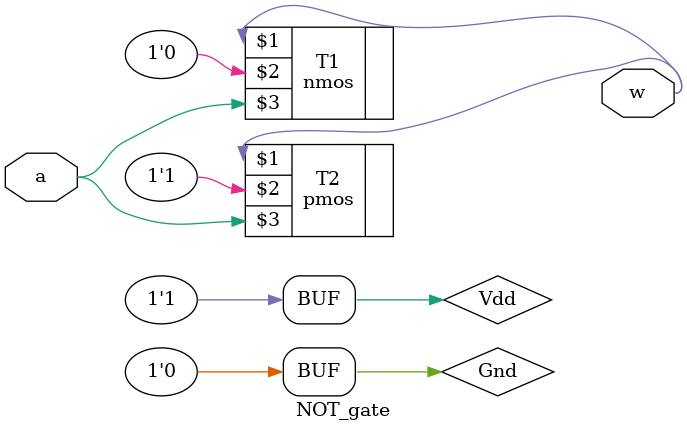
<source format=sv>
`timescale 1ns/1ns
module NAND_gate(input a,b ,output w);
	supply0 Gnd;
	supply1 Vdd;
	wire w1;
	nmos #(3,5,7) T1(w,w1,a);
	nmos #(3,5,7) T2(w1,Gnd,b);
	pmos #(4,7,9) T3(w,Vdd,a);
	pmos #(4,7,9) T4(w,Vdd,b);
endmodule

module NOT_gate(input a,output w);
	supply0 Gnd;
	supply1 Vdd;
	nmos #(3,5,7) T1(w,Gnd,a);
	pmos #(4,7,9) T2(w,Vdd,a);
endmodule
</source>
